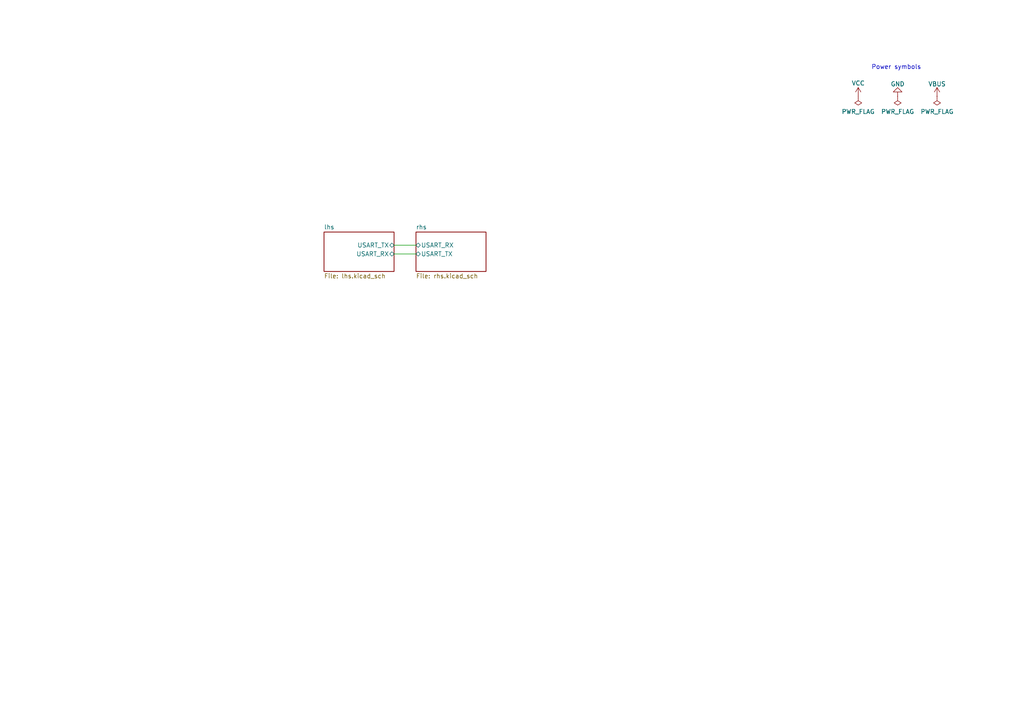
<source format=kicad_sch>
(kicad_sch (version 20211123) (generator eeschema)
  (paper "A4")
  (lib_symbols
    (symbol "power:GND" (power) (pin_names (offset 0))
      (property "Value" "GND" (at 0 -3.81 0))
      (symbol "GND_0_1"
        (polyline (pts (xy 0 0) (xy 0 -1.27) (xy 1.27 -1.27) (xy 0 -2.54) (xy -1.27 -1.27) (xy 0 -1.27)))
      )
      (symbol "GND_1_1"
        (pin power_in line (at 0 0 270) (length 0) hide (name "GND") (number "1"))
      )
    )
    (symbol "power:PWR_FLAG" (power) (pin_numbers hide) (pin_names (offset 0) hide)
      (property "Value" "PWR_FLAG" (at 0 3.81 0))
      (symbol "PWR_FLAG_0_0"
        (pin power_out line (at 0 0 90) (length 0) (name "pwr") (number "1"))
      )
      (symbol "PWR_FLAG_0_1"
        (polyline (pts (xy 0 0) (xy 0 1.27) (xy -1.016 1.905) (xy 0 2.54) (xy 1.016 1.905) (xy 0 1.27)))
      )
    )
    (symbol "power:VBUS" (power) (pin_names (offset 0))
      (property "Value" "VBUS" (at 0 3.81 0))
      (symbol "VBUS_0_1"
        (polyline (pts (xy -0.762 1.27) (xy 0 2.54)))
        (polyline (pts (xy 0 0) (xy 0 2.54)))
        (polyline (pts (xy 0 2.54) (xy 0.762 1.27)))
      )
      (symbol "VBUS_1_1"
        (pin power_in line (at 0 0 90) (length 0) hide (name "VBUS") (number "1"))
      )
    )
    (symbol "power:VCC" (power) (pin_names (offset 0))
      (property "Value" "VCC" (at 0 3.81 0))
      (symbol "VCC_0_1"
        (polyline (pts (xy -0.762 1.27) (xy 0 2.54)))
        (polyline (pts (xy 0 0) (xy 0 2.54)))
        (polyline (pts (xy 0 2.54) (xy 0.762 1.27)))
      )
      (symbol "VCC_1_1"
        (pin power_in line (at 0 0 90) (length 0) hide (name "VCC") (number "1"))
      )
    )
  )
  (wire (pts (xy 114.3 71.12) (xy 120.65 71.12)))
  (wire (pts (xy 114.3 73.66) (xy 120.65 73.66)))
  (text "Power symbols" (at 252.73 20.32 0) (effects (font (size 1.27 1.27)) (justify left bottom)))
  (symbol (lib_id "power:VCC") (at 248.92 27.94 0) (unit 1)
    (property "Reference" "#PWR01" (effects hide))
    (property "Value" "VCC" (at 248.92 24.13 0))
  )
  (symbol (lib_id "power:PWR_FLAG") (at 260.35 27.94 180) (unit 1)
    (property "Reference" "#FLG02" (effects hide))
    (property "Value" "PWR_FLAG" (at 260.35 32.3834 0))
  )
  (symbol (lib_id "power:GND") (at 260.35 27.94 180) (unit 1)
    (property "Reference" "#PWR02" (effects hide))
    (property "Value" "GND" (at 260.35 24.3642 0))
  )
  (symbol (lib_id "power:PWR_FLAG") (at 248.92 27.94 180) (unit 1)
    (property "Reference" "#FLG01" (effects hide))
    (property "Value" "PWR_FLAG" (at 248.92 32.3834 0))
  )
  (symbol (lib_id "power:VBUS") (at 271.78 27.94 0) (unit 1)
    (property "Reference" "#PWR03" (effects hide))
    (property "Value" "VBUS" (at 271.78 24.3642 0))
  )
  (symbol (lib_id "power:PWR_FLAG") (at 271.78 27.94 180) (unit 1)
    (property "Reference" "#FLG03" (effects hide))
    (property "Value" "PWR_FLAG" (at 271.78 32.3834 0))
  )
  (sheet (at 93.98 67.31) (size 20.32 11.43) (stroke (width 0.1524))
    (property "Sheet name" "lhs" (at 93.98 66.5984 0) (effects (justify left bottom)))
    (property "Sheet file" "lhs.kicad_sch" (at 93.98 79.3246 0) (effects (justify left top)))
    (pin "USART_TX" bidirectional (at 114.3 71.12 0))
    (pin "USART_RX" bidirectional (at 114.3 73.66 0))
  )
  (sheet (at 120.65 67.31) (size 20.32 11.43) (stroke (width 0.1524))
    (property "Sheet name" "rhs" (at 120.65 66.5984 0) (effects (justify left bottom)))
    (property "Sheet file" "rhs.kicad_sch" (at 120.65 79.3246 0) (effects (justify left top)))
    (pin "USART_TX" bidirectional (at 120.65 73.66 180))
    (pin "USART_RX" bidirectional (at 120.65 71.12 180))
  )
)
</source>
